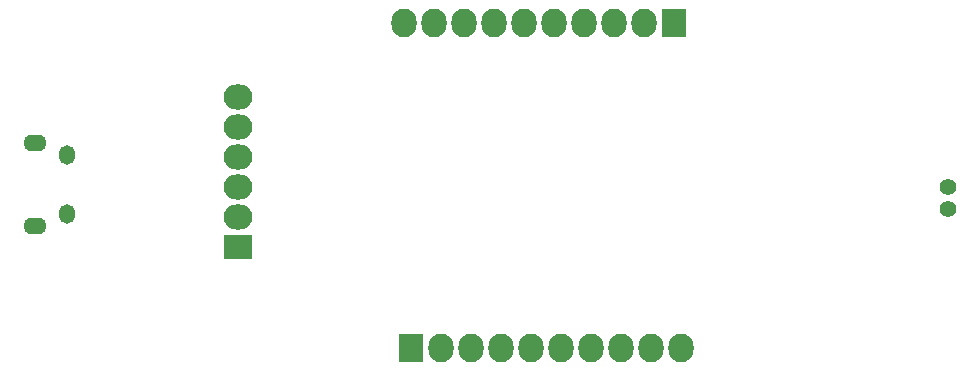
<source format=gbr>
G04 #@! TF.FileFunction,Soldermask,Bot*
%FSLAX46Y46*%
G04 Gerber Fmt 4.6, Leading zero omitted, Abs format (unit mm)*
G04 Created by KiCad (PCBNEW 4.0.2-4+6225~38~ubuntu15.10.1-stable) date Thu 24 Mar 2016 10:28:15 PM CDT*
%MOMM*%
G01*
G04 APERTURE LIST*
%ADD10C,0.100000*%
%ADD11C,1.400000*%
%ADD12R,2.127200X2.432000*%
%ADD13O,2.127200X2.432000*%
%ADD14R,2.432000X2.127200*%
%ADD15O,2.432000X2.127200*%
%ADD16O,1.350000X1.650000*%
%ADD17O,1.950000X1.400000*%
G04 APERTURE END LIST*
D10*
D11*
X201650000Y-71650000D03*
X201650000Y-69750000D03*
D12*
X178435000Y-55880000D03*
D13*
X175895000Y-55880000D03*
X173355000Y-55880000D03*
X170815000Y-55880000D03*
X168275000Y-55880000D03*
X165735000Y-55880000D03*
X163195000Y-55880000D03*
X160655000Y-55880000D03*
X158115000Y-55880000D03*
X155575000Y-55880000D03*
D14*
X141500000Y-74900000D03*
D15*
X141500000Y-72360000D03*
X141500000Y-69820000D03*
X141500000Y-67280000D03*
X141500000Y-64740000D03*
X141500000Y-62200000D03*
D16*
X127038540Y-67095100D03*
X127038540Y-72095100D03*
D17*
X124338540Y-66095100D03*
X124338540Y-73095100D03*
D12*
X156150000Y-83400000D03*
D13*
X158690000Y-83400000D03*
X161230000Y-83400000D03*
X163770000Y-83400000D03*
X166310000Y-83400000D03*
X168850000Y-83400000D03*
X171390000Y-83400000D03*
X173930000Y-83400000D03*
X176470000Y-83400000D03*
X179010000Y-83400000D03*
M02*

</source>
